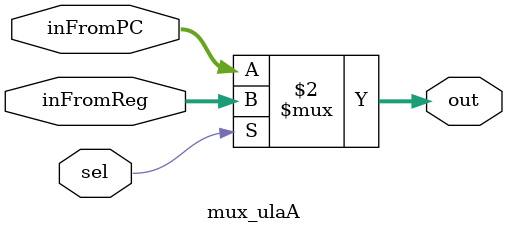
<source format=v>
module mux_ulaA (
  input wire sel,
  input wire [31:0] inFromPC,
  input wire [31:0] inFromReg,
  output wire [31:0] out
);

  assign out = (sel == 0) ? inFromPC : inFromReg;

endmodule

</source>
